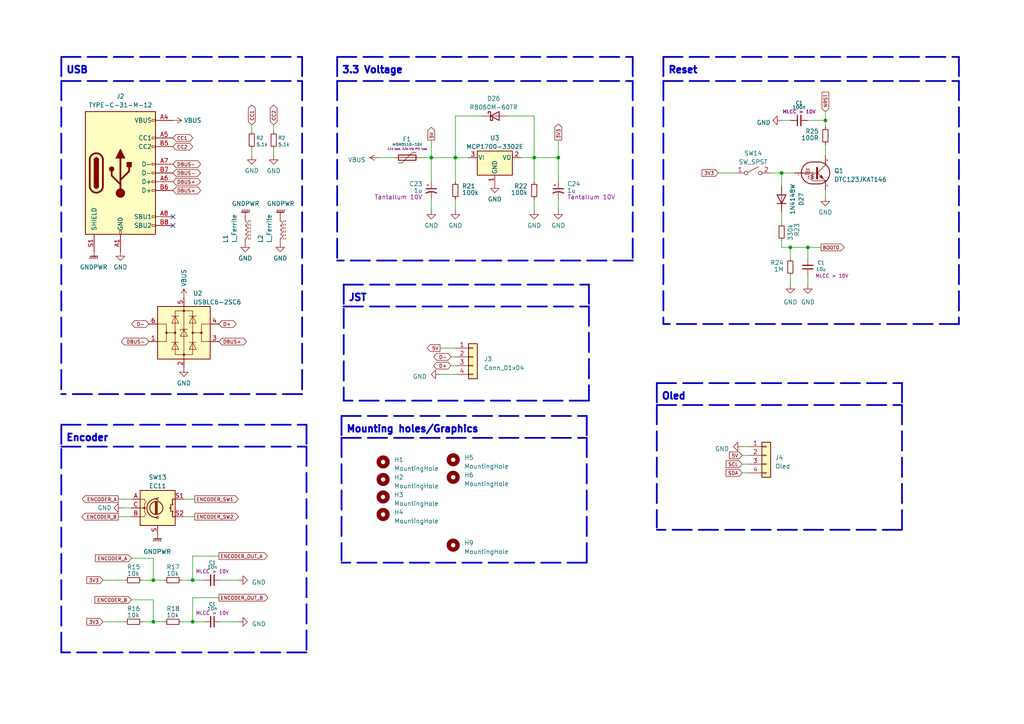
<source format=kicad_sch>
(kicad_sch (version 20221206) (generator eeschema)
  (paper "A4")
  (lib_symbols
    (symbol "Connector_Generic:Conn_01x04" (pin_names (offset 1.016) hide)
      (property "Reference" "J" (at 0 5.08 0))
      (property "Value" "Conn_01x04" (at 0 -7.62 0))
      (symbol "Conn_01x04_1_1"
        (rectangle (start -1.27 -4.953) (end 0 -5.207) (stroke (width 0.1524)))
        (rectangle (start -1.27 -2.413) (end 0 -2.667) (stroke (width 0.1524)))
        (rectangle (start -1.27 0.127) (end 0 -0.127) (stroke (width 0.1524)))
        (rectangle (start -1.27 2.667) (end 0 2.413) (stroke (width 0.1524)))
        (rectangle (start -1.27 3.81) (end 1.27 -6.35) (stroke (width 0.254)) (fill (type background)))
        (pin passive line (at -5.08 2.54 0) (length 3.81) (name "Pin_1") (number "1"))
        (pin passive line (at -5.08 0 0) (length 3.81) (name "Pin_2") (number "2"))
        (pin passive line (at -5.08 -2.54 0) (length 3.81) (name "Pin_3") (number "3"))
        (pin passive line (at -5.08 -5.08 0) (length 3.81) (name "Pin_4") (number "4"))
      )
    )
    (symbol "Device:C_Polarized_Small_US" (pin_numbers hide) (pin_names (offset 0.254) hide)
      (property "Reference" "C" (at 0.254 1.778 0))
      (property "Value" "C_Polarized_Small_US" (at 0.254 -2.032 0))
      (symbol "C_Polarized_Small_US_0_1"
        (polyline (pts (xy -1.524 0.508) (xy 1.524 0.508)) (stroke (width 0.3048)))
        (polyline (pts (xy -1.27 1.524) (xy -0.762 1.524)))
        (polyline (pts (xy -1.016 1.27) (xy -1.016 1.778)))
        (arc (start 1.524 -0.762) (mid 0 -0.3734) (end -1.524 -0.762) (stroke (width 0.3048)))
      )
      (symbol "C_Polarized_Small_US_1_1"
        (pin passive line (at 0 2.54 270) (length 2.032) (name "~") (number "1"))
        (pin passive line (at 0 -2.54 90) (length 2.032) (name "~") (number "2"))
      )
    )
    (symbol "Device:C_Small" (pin_numbers hide) (pin_names (offset 0.254) hide)
      (property "Reference" "C" (at 0.254 1.778 0))
      (property "Value" "C_Small" (at 0.254 -2.032 0))
      (symbol "C_Small_0_1"
        (polyline (pts (xy -1.524 -0.508) (xy 1.524 -0.508)) (stroke (width 0.3302)))
        (polyline (pts (xy -1.524 0.508) (xy 1.524 0.508)) (stroke (width 0.3048)))
      )
      (symbol "C_Small_1_1"
        (pin passive line (at 0 2.54 270) (length 2.032) (name "~") (number "1"))
        (pin passive line (at 0 -2.54 90) (length 2.032) (name "~") (number "2"))
      )
    )
    (symbol "Device:D" (pin_numbers hide) (pin_names (offset 1.016) hide)
      (property "Reference" "D" (at 0 2.54 0))
      (property "Value" "D" (at 0 -2.54 0))
      (symbol "D_0_1"
        (polyline (pts (xy -1.27 1.27) (xy -1.27 -1.27)) (stroke (width 0.254)))
        (polyline (pts (xy 1.27 0) (xy -1.27 0)))
        (polyline (pts (xy 1.27 1.27) (xy 1.27 -1.27) (xy -1.27 0) (xy 1.27 1.27)) (stroke (width 0.254)))
      )
      (symbol "D_1_1"
        (pin passive line (at -3.81 0 0) (length 2.54) (name "K") (number "1"))
        (pin passive line (at 3.81 0 180) (length 2.54) (name "A") (number "2"))
      )
    )
    (symbol "Device:D_Schottky" (pin_numbers hide) (pin_names (offset 1.016) hide)
      (property "Reference" "D" (at 0 2.54 0))
      (property "Value" "D_Schottky" (at 0 -2.54 0))
      (symbol "D_Schottky_0_1"
        (polyline (pts (xy 1.27 0) (xy -1.27 0)))
        (polyline (pts (xy 1.27 1.27) (xy 1.27 -1.27) (xy -1.27 0) (xy 1.27 1.27)) (stroke (width 0.254)))
        (polyline (pts (xy -1.905 0.635) (xy -1.905 1.27) (xy -1.27 1.27) (xy -1.27 -1.27) (xy -0.635 -1.27) (xy -0.635 -0.635)) (stroke (width 0.254)))
      )
      (symbol "D_Schottky_1_1"
        (pin passive line (at -3.81 0 0) (length 2.54) (name "K") (number "1"))
        (pin passive line (at 3.81 0 180) (length 2.54) (name "A") (number "2"))
      )
    )
    (symbol "Device:L_Ferrite" (pin_numbers hide) (pin_names (offset 1.016) hide)
      (property "Reference" "L" (at -1.27 0 90))
      (property "Value" "L_Ferrite" (at 2.794 0 90))
      (symbol "L_Ferrite_0_1"
        (arc (start 0 -2.54) (mid 0.6323 -1.905) (end 0 -1.27))
        (arc (start 0 -1.27) (mid 0.6323 -0.635) (end 0 0))
        (polyline (pts (xy 1.016 -2.794) (xy 1.016 -2.286)))
        (polyline (pts (xy 1.016 -1.778) (xy 1.016 -1.27)))
        (polyline (pts (xy 1.016 -0.762) (xy 1.016 -0.254)))
        (polyline (pts (xy 1.016 0.254) (xy 1.016 0.762)))
        (polyline (pts (xy 1.016 1.27) (xy 1.016 1.778)))
        (polyline (pts (xy 1.016 2.286) (xy 1.016 2.794)))
        (polyline (pts (xy 1.524 -2.286) (xy 1.524 -2.794)))
        (polyline (pts (xy 1.524 -1.27) (xy 1.524 -1.778)))
        (polyline (pts (xy 1.524 -0.254) (xy 1.524 -0.762)))
        (polyline (pts (xy 1.524 0.762) (xy 1.524 0.254)))
        (polyline (pts (xy 1.524 1.778) (xy 1.524 1.27)))
        (polyline (pts (xy 1.524 2.794) (xy 1.524 2.286)))
        (arc (start 0 0) (mid 0.6323 0.635) (end 0 1.27))
        (arc (start 0 1.27) (mid 0.6323 1.905) (end 0 2.54))
      )
      (symbol "L_Ferrite_1_1"
        (pin passive line (at 0 3.81 270) (length 1.27) (name "1") (number "1"))
        (pin passive line (at 0 -3.81 90) (length 1.27) (name "2") (number "2"))
      )
    )
    (symbol "Device:Polyfuse" (pin_numbers hide) (pin_names (offset 0))
      (property "Reference" "F" (at -2.54 0 90))
      (property "Value" "Polyfuse" (at 2.54 0 90))
      (symbol "Polyfuse_0_1"
        (rectangle (start -0.762 2.54) (end 0.762 -2.54) (stroke (width 0.254)))
        (polyline (pts (xy 0 2.54) (xy 0 -2.54)))
        (polyline (pts (xy -1.524 2.54) (xy -1.524 1.524) (xy 1.524 -1.524) (xy 1.524 -2.54)))
      )
      (symbol "Polyfuse_1_1"
        (pin passive line (at 0 3.81 270) (length 1.27) (name "~") (number "1"))
        (pin passive line (at 0 -3.81 90) (length 1.27) (name "~") (number "2"))
      )
    )
    (symbol "Device:R_Small" (pin_numbers hide) (pin_names (offset 0.254) hide)
      (property "Reference" "R" (at 0.762 0.508 0))
      (property "Value" "R_Small" (at 0.762 -1.016 0))
      (symbol "R_Small_0_1"
        (rectangle (start -0.762 1.778) (end 0.762 -1.778) (stroke (width 0.2032)))
      )
      (symbol "R_Small_1_1"
        (pin passive line (at 0 2.54 270) (length 0.762) (name "~") (number "1"))
        (pin passive line (at 0 -2.54 90) (length 0.762) (name "~") (number "2"))
      )
    )
    (symbol "Mechanical:MountingHole" (pin_names (offset 1.016))
      (property "Reference" "H" (at 0 5.08 0))
      (property "Value" "MountingHole" (at 0 3.175 0))
      (symbol "MountingHole_0_1"
        (circle (center 0 0) (radius 1.27) (stroke (width 1.27)))
      )
    )
    (symbol "Power_Protection:USBLC6-2SC6" (pin_names hide)
      (property "Reference" "U" (at 2.54 8.89 0))
      (property "Value" "USBLC6-2SC6" (at 2.54 -8.89 0))
      (symbol "USBLC6-2SC6_0_1"
        (rectangle (start -7.62 -7.62) (end 7.62 7.62) (stroke (width 0.254)) (fill (type background)))
        (circle (center -5.08 0) (radius 0.254) (fill (type outline)))
        (circle (center -2.54 0) (radius 0.254) (fill (type outline)))
        (rectangle (start -2.54 6.35) (end 2.54 -6.35))
        (circle (center 0 -6.35) (radius 0.254) (fill (type outline)))
        (polyline (pts (xy -5.08 -2.54) (xy -7.62 -2.54)))
        (polyline (pts (xy -5.08 0) (xy -5.08 -2.54)))
        (polyline (pts (xy -5.08 2.54) (xy -7.62 2.54)))
        (polyline (pts (xy -1.524 -2.794) (xy -3.556 -2.794)))
        (polyline (pts (xy -1.524 4.826) (xy -3.556 4.826)))
        (polyline (pts (xy 0 -7.62) (xy 0 -6.35)))
        (polyline (pts (xy 0 -6.35) (xy 0 1.27)))
        (polyline (pts (xy 0 1.27) (xy 0 6.35)))
        (polyline (pts (xy 0 6.35) (xy 0 7.62)))
        (polyline (pts (xy 1.524 -2.794) (xy 3.556 -2.794)))
        (polyline (pts (xy 1.524 4.826) (xy 3.556 4.826)))
        (polyline (pts (xy 5.08 -2.54) (xy 7.62 -2.54)))
        (polyline (pts (xy 5.08 0) (xy 5.08 -2.54)))
        (polyline (pts (xy 5.08 2.54) (xy 7.62 2.54)))
        (polyline (pts (xy -2.54 0) (xy -5.08 0) (xy -5.08 2.54)))
        (polyline (pts (xy 2.54 0) (xy 5.08 0) (xy 5.08 2.54)))
        (polyline (pts (xy -3.556 -4.826) (xy -1.524 -4.826) (xy -2.54 -2.794) (xy -3.556 -4.826)))
        (polyline (pts (xy -3.556 2.794) (xy -1.524 2.794) (xy -2.54 4.826) (xy -3.556 2.794)))
        (polyline (pts (xy -1.016 -1.016) (xy 1.016 -1.016) (xy 0 1.016) (xy -1.016 -1.016)))
        (polyline (pts (xy 1.016 1.016) (xy 0.762 1.016) (xy -1.016 1.016) (xy -1.016 0.508)))
        (polyline (pts (xy 3.556 -4.826) (xy 1.524 -4.826) (xy 2.54 -2.794) (xy 3.556 -4.826)))
        (polyline (pts (xy 3.556 2.794) (xy 1.524 2.794) (xy 2.54 4.826) (xy 3.556 2.794)))
        (circle (center 0 6.35) (radius 0.254) (fill (type outline)))
        (circle (center 2.54 0) (radius 0.254) (fill (type outline)))
        (circle (center 5.08 0) (radius 0.254) (fill (type outline)))
      )
      (symbol "USBLC6-2SC6_1_1"
        (pin passive line (at -10.16 -2.54 0) (length 2.54) (name "I/O1") (number "1"))
        (pin passive line (at 0 -10.16 90) (length 2.54) (name "GND") (number "2"))
        (pin passive line (at 10.16 -2.54 180) (length 2.54) (name "I/O2") (number "3"))
        (pin passive line (at 10.16 2.54 180) (length 2.54) (name "I/O2") (number "4"))
        (pin passive line (at 0 10.16 270) (length 2.54) (name "VBUS") (number "5"))
        (pin passive line (at -10.16 2.54 0) (length 2.54) (name "I/O1") (number "6"))
      )
    )
    (symbol "Regulator_Linear:MCP1700x-330xxTT" (pin_names (offset 0.254))
      (property "Reference" "U" (at -3.81 3.175 0))
      (property "Value" "MCP1700x-330xxTT" (at 0 3.175 0))
      (symbol "MCP1700x-330xxTT_0_1"
        (rectangle (start -5.08 1.905) (end 5.08 -5.08) (stroke (width 0.254)) (fill (type background)))
      )
      (symbol "MCP1700x-330xxTT_1_1"
        (pin power_in line (at 0 -7.62 90) (length 2.54) (name "GND") (number "1"))
        (pin power_out line (at 7.62 0 180) (length 2.54) (name "VO") (number "2"))
        (pin power_in line (at -7.62 0 0) (length 2.54) (name "VI") (number "3"))
      )
    )
    (symbol "Switch:SW_SPST" (pin_names (offset 0) hide)
      (property "Reference" "SW" (at 0 3.175 0))
      (property "Value" "SW_SPST" (at 0 -2.54 0))
      (symbol "SW_SPST_0_0"
        (circle (center -2.032 0) (radius 0.508))
        (polyline (pts (xy -1.524 0.254) (xy 1.524 1.778)))
        (circle (center 2.032 0) (radius 0.508))
      )
      (symbol "SW_SPST_1_1"
        (pin passive line (at -5.08 0 0) (length 2.54) (name "A") (number "1"))
        (pin passive line (at 5.08 0 180) (length 2.54) (name "B") (number "2"))
      )
    )
    (symbol "acheron_Symbols:DTC123J" (pin_names (offset 0) hide)
      (property "Reference" "Q" (at 5.08 1.905 0))
      (property "Value" "DTC123J" (at 5.08 0 0))
      (symbol "DTC123J_0_0"
        (text "2k2" (at -2.54 1.016 0) (effects (font (size 0.381 0.381))))
        (text "47k" (at -2.286 -1.27 900) (effects (font (size 0.381 0.381))))
      )
      (symbol "DTC123J_0_1"
        (circle (center -1.27 0) (radius 0.127))
        (arc (start -1.27 3.175) (mid -4.4312 0) (end -1.27 -3.175) (stroke (width 0.254)))
        (polyline (pts (xy -3.429 0) (xy -3.81 0)))
        (polyline (pts (xy -1.27 -3.175) (xy 0.635 -3.175)) (stroke (width 0.254)))
        (polyline (pts (xy -1.27 3.175) (xy 0.635 3.175)) (stroke (width 0.254)))
        (polyline (pts (xy 0 -0.254) (xy 2.54 2.286)))
        (polyline (pts (xy 0.127 1.524) (xy 0.127 -1.651)) (stroke (width 0.508)) (fill (type outline)))
        (polyline (pts (xy 2.54 2.286) (xy 2.54 2.54)))
        (polyline (pts (xy 2.54 -2.286) (xy 0 0.254) (xy 0 0.254)))
        (polyline (pts (xy 0.889 -1.143) (xy 1.397 -0.635) (xy 1.905 -1.651) (xy 0.889 -1.143)) (fill (type outline)))
        (polyline (pts (xy 0 0) (xy -1.905 0) (xy -2.032 0.508) (xy -2.286 -0.508) (xy -2.54 0.508) (xy -2.794 -0.508) (xy -3.048 0.508) (xy -3.302 -0.508) (xy -3.429 0)))
        (polyline (pts (xy -1.27 0) (xy -1.27 -0.381) (xy -0.762 -0.508) (xy -1.778 -0.762) (xy -0.762 -1.016) (xy -1.778 -1.27) (xy -0.762 -1.524) (xy -1.778 -1.778) (xy -1.27 -1.905) (xy -1.27 -2.286) (xy 2.54 -2.286)))
        (arc (start 0.635 -3.175) (mid 3.7962 0) (end 0.635 3.175) (stroke (width 0.254)))
        (circle (center 2.54 -2.286) (radius 0.127))
      )
      (symbol "DTC123J_1_1"
        (text "1" (at -5.207 -0.508 0) (effects (font (size 0.381 0.381))))
        (text "2" (at 3.048 -3.683 0) (effects (font (size 0.381 0.381))))
        (text "3" (at 3.048 3.683 0) (effects (font (size 0.381 0.381))))
        (pin input line (at -6.35 0 0) (length 2.54) (name "B") (number "1"))
        (pin passive line (at 2.54 -5.08 90) (length 2.54) (name "E") (number "2"))
        (pin passive line (at 2.54 5.08 270) (length 2.54) (name "C") (number "3"))
      )
    )
    (symbol "acheron_Symbols:Rotary_Encoder_Switch_Chassis" (pin_names (offset 0.254) hide)
      (property "Reference" "SW" (at 0 6.604 0))
      (property "Value" "Rotary_Encoder_Switch_Chassis" (at 0 -6.604 0))
      (symbol "Rotary_Encoder_Switch_Chassis_0_1"
        (rectangle (start -5.08 5.08) (end 5.08 -5.08) (stroke (width 0.254)) (fill (type background)))
        (circle (center -3.81 0) (radius 0.254) (fill (type outline)))
        (circle (center -0.381 0) (radius 1.905) (stroke (width 0.254)))
        (arc (start -0.381 2.667) (mid -3.0988 -0.0635) (end -0.381 -2.794) (stroke (width 0.254)))
        (polyline (pts (xy -0.635 -1.778) (xy -0.635 1.778)) (stroke (width 0.254)))
        (polyline (pts (xy -0.381 -1.778) (xy -0.381 1.778)) (stroke (width 0.254)))
        (polyline (pts (xy -0.127 1.778) (xy -0.127 -1.778)) (stroke (width 0.254)))
        (polyline (pts (xy 3.81 0) (xy 3.429 0)) (stroke (width 0.254)))
        (polyline (pts (xy 3.81 1.016) (xy 3.81 -1.016)) (stroke (width 0.254)))
        (polyline (pts (xy -5.08 -2.54) (xy -3.81 -2.54) (xy -3.81 -2.032)))
        (polyline (pts (xy -5.08 2.54) (xy -3.81 2.54) (xy -3.81 2.032)))
        (polyline (pts (xy 0.254 -3.048) (xy -0.508 -2.794) (xy 0.127 -2.413)) (stroke (width 0.254)))
        (polyline (pts (xy 0.254 2.921) (xy -0.508 2.667) (xy 0.127 2.286)) (stroke (width 0.254)))
        (polyline (pts (xy 5.08 -2.54) (xy 4.318 -2.54) (xy 4.318 -1.016)) (stroke (width 0.254)))
        (polyline (pts (xy 5.08 2.54) (xy 4.318 2.54) (xy 4.318 1.016)) (stroke (width 0.254)))
        (polyline (pts (xy -5.08 0) (xy -3.81 0) (xy -3.81 -1.016) (xy -3.302 -2.032)))
        (polyline (pts (xy -4.318 0) (xy -3.81 0) (xy -3.81 1.016) (xy -3.302 2.032)))
        (circle (center 4.318 -1.016) (radius 0.127) (stroke (width 0.254)))
        (circle (center 4.318 1.016) (radius 0.127) (stroke (width 0.254)))
      )
      (symbol "Rotary_Encoder_Switch_Chassis_1_1"
        (pin passive line (at -7.62 2.54 0) (length 2.54) (name "A") (number "A"))
        (pin passive line (at -7.62 -2.54 0) (length 2.54) (name "B") (number "B"))
        (pin passive line (at -7.62 0 0) (length 2.54) (name "C") (number "C"))
        (pin bidirectional line (at 0 -7.62 90) (length 2.54) (name "Shield") (number "S"))
        (pin passive line (at 7.62 2.54 180) (length 2.54) (name "S1") (number "S1"))
        (pin passive line (at 7.62 -2.54 180) (length 2.54) (name "S2") (number "S2"))
      )
    )
    (symbol "acheron_Symbols:TYPE-C-31-M-12" (pin_names (offset 1.016))
      (property "Reference" "J" (at 0 24.13 0))
      (property "Value" "TYPE-C-31-M-12" (at 0 21.59 0))
      (symbol "TYPE-C-31-M-12_0_0"
        (rectangle (start -0.254 -16.51) (end 0.254 -15.494))
        (rectangle (start 10.16 -13.716) (end 9.144 -14.224))
        (rectangle (start 10.16 -11.176) (end 9.144 -11.684))
        (rectangle (start 10.16 -3.556) (end 9.144 -4.064))
        (rectangle (start 10.16 -1.016) (end 9.144 -1.524))
        (rectangle (start 10.16 1.524) (end 9.144 1.016))
        (rectangle (start 10.16 4.064) (end 9.144 3.556))
        (rectangle (start 10.16 9.144) (end 9.144 8.636))
        (rectangle (start 10.16 11.684) (end 9.144 11.176))
        (rectangle (start 10.16 16.764) (end 9.144 16.256))
      )
      (symbol "TYPE-C-31-M-12_0_1"
        (rectangle (start -10.16 19.05) (end 10.16 -16.51) (stroke (width 0.254)) (fill (type background)))
        (arc (start -8.89 -2.54) (mid -6.985 -4.4367) (end -5.08 -2.54) (stroke (width 0.508)))
        (arc (start -7.62 -2.54) (mid -6.985 -3.1723) (end -6.35 -2.54) (stroke (width 0.254)))
        (arc (start -7.62 -2.54) (mid -6.985 -3.1723) (end -6.35 -2.54) (stroke (width 0.254)) (fill (type outline)))
        (rectangle (start -7.62 -2.54) (end -6.35 5.08) (stroke (width 0.254)) (fill (type outline)))
        (arc (start -6.35 5.08) (mid -6.985 5.7123) (end -7.62 5.08) (stroke (width 0.254)))
        (arc (start -6.35 5.08) (mid -6.985 5.7123) (end -7.62 5.08) (stroke (width 0.254)) (fill (type outline)))
        (arc (start -5.08 5.08) (mid -6.985 6.9767) (end -8.89 5.08) (stroke (width 0.508)))
        (circle (center -2.54 2.413) (radius 0.635) (stroke (width 0.254)) (fill (type outline)))
        (circle (center 0 -4.572) (radius 1.27) (fill (type outline)))
        (polyline (pts (xy -8.89 -2.54) (xy -8.89 5.08)) (stroke (width 0.508)))
        (polyline (pts (xy -5.08 5.08) (xy -5.08 -2.54)) (stroke (width 0.508)))
        (polyline (pts (xy 0 -4.572) (xy 0 5.588)) (stroke (width 0.508)))
        (polyline (pts (xy 0 -2.032) (xy -2.54 0.508) (xy -2.54 1.778)) (stroke (width 0.508)))
        (polyline (pts (xy 0 -0.762) (xy 2.54 1.778) (xy 2.54 3.048)) (stroke (width 0.508)))
        (polyline (pts (xy -1.27 5.588) (xy 0 8.128) (xy 1.27 5.588) (xy -1.27 5.588)) (stroke (width 0.254)) (fill (type outline)))
        (rectangle (start 1.905 3.048) (end 3.175 4.318) (stroke (width 0.254)) (fill (type outline)))
      )
      (symbol "TYPE-C-31-M-12_1_1"
        (pin passive line (at 0 -21.59 90) (length 5.08) (name "GND") (number "A1"))
        (pin passive line (at 15.24 16.51 180) (length 5.08) (name "VBUS") (number "A4"))
        (pin bidirectional line (at 15.24 11.43 180) (length 5.08) (name "CC1") (number "A5"))
        (pin bidirectional line (at 15.24 -1.27 180) (length 5.08) (name "D+") (number "A6"))
        (pin bidirectional line (at 15.24 3.81 180) (length 5.08) (name "D-") (number "A7"))
        (pin bidirectional line (at 15.24 -11.43 180) (length 5.08) (name "SBU1") (number "A8"))
        (pin passive line (at 0 -21.59 90) (length 5.08) hide (name "GND") (number "B1"))
        (pin passive line (at 15.24 16.51 180) (length 5.08) hide (name "VBUS") (number "B4"))
        (pin bidirectional line (at 15.24 8.89 180) (length 5.08) (name "CC2") (number "B5"))
        (pin bidirectional line (at 15.24 -3.81 180) (length 5.08) (name "D+") (number "B6"))
        (pin bidirectional line (at 15.24 1.27 180) (length 5.08) (name "D-") (number "B7"))
        (pin bidirectional line (at 15.24 -13.97 180) (length 5.08) (name "SBU2") (number "B8"))
        (pin passive line (at -7.62 -21.59 90) (length 5.08) (name "SHIELD") (number "S1"))
      )
    )
    (symbol "power:GND" (power) (pin_names (offset 0))
      (property "Value" "GND" (at 0 -3.81 0))
      (symbol "GND_0_1"
        (polyline (pts (xy 0 0) (xy 0 -1.27) (xy 1.27 -1.27) (xy 0 -2.54) (xy -1.27 -1.27) (xy 0 -1.27)))
      )
      (symbol "GND_1_1"
        (pin power_in line (at 0 0 270) (length 0) hide (name "GND") (number "1"))
      )
    )
    (symbol "power:GNDPWR" (power) (pin_names (offset 0))
      (property "Value" "GNDPWR" (at 0 -3.302 0))
      (symbol "GNDPWR_0_1"
        (polyline (pts (xy 0 -1.27) (xy 0 0)))
        (polyline (pts (xy -1.016 -1.27) (xy -1.27 -2.032) (xy -1.27 -2.032)) (stroke (width 0.2032)))
        (polyline (pts (xy -0.508 -1.27) (xy -0.762 -2.032) (xy -0.762 -2.032)) (stroke (width 0.2032)))
        (polyline (pts (xy 0 -1.27) (xy -0.254 -2.032) (xy -0.254 -2.032)) (stroke (width 0.2032)))
        (polyline (pts (xy 0.508 -1.27) (xy 0.254 -2.032) (xy 0.254 -2.032)) (stroke (width 0.2032)))
        (polyline (pts (xy 1.016 -1.27) (xy -1.016 -1.27) (xy -1.016 -1.27)) (stroke (width 0.2032)))
        (polyline (pts (xy 1.016 -1.27) (xy 0.762 -2.032) (xy 0.762 -2.032) (xy 0.762 -2.032)) (stroke (width 0.2032)))
      )
      (symbol "GNDPWR_1_1"
        (pin power_in line (at 0 0 270) (length 0) hide (name "GNDPWR") (number "1"))
      )
    )
    (symbol "power:VBUS" (power) (pin_names (offset 0))
      (property "Value" "VBUS" (at 0 3.81 0))
      (symbol "VBUS_0_1"
        (polyline (pts (xy -0.762 1.27) (xy 0 2.54)))
        (polyline (pts (xy 0 0) (xy 0 2.54)))
        (polyline (pts (xy 0 2.54) (xy 0.762 1.27)))
      )
      (symbol "VBUS_1_1"
        (pin power_in line (at 0 0 90) (length 0) hide (name "VBUS") (number "1"))
      )
    )
  )
  (junction (at 55.88 180.34))
  (junction (at 229.235 71.755))
  (junction (at 239.395 34.925))
  (junction (at 226.695 50.165))
  (junction (at 44.45 180.34))
  (junction (at 161.925 45.72))
  (junction (at 125.095 45.72))
  (junction (at 55.88 168.275))
  (junction (at 154.94 45.72))
  (junction (at 44.45 168.275))
  (junction (at 132.08 45.72))
  (junction (at 234.315 71.755))
  (no_connect (at 50.165 62.865))
  (no_connect (at 50.165 65.405))
  (polyline (pts (xy 190.5 117.475) (xy 190.5 153.035)) (stroke (width 0.508) (type dash)))
  (wire (pts (xy 64.135 168.275) (xy 69.215 168.275)))
  (wire (pts (xy 34.29 144.78) (xy 38.1 144.78)))
  (polyline (pts (xy 97.79 16.51) (xy 97.79 23.495)) (stroke (width 0.508) (type dash)))
  (polyline (pts (xy 170.18 127) (xy 170.18 163.195)) (stroke (width 0.508) (type dash)))
  (wire (pts (xy 154.94 45.72) (xy 154.94 52.705)))
  (wire (pts (xy 130.81 103.505) (xy 132.08 103.505)))
  (polyline (pts (xy 17.78 16.51) (xy 87.63 16.51)) (stroke (width 0.508) (type dash)))
  (wire (pts (xy 229.235 80.01) (xy 229.235 82.55)))
  (polyline (pts (xy 278.13 93.98) (xy 192.405 93.98)) (stroke (width 0.508) (type dash)))
  (wire (pts (xy 234.315 80.01) (xy 234.315 82.55)))
  (wire (pts (xy 239.395 55.245) (xy 239.395 57.15)))
  (wire (pts (xy 79.375 36.195) (xy 79.375 38.1)))
  (polyline (pts (xy 99.06 127) (xy 99.06 162.56)) (stroke (width 0.508) (type dash)))
  (wire (pts (xy 41.275 168.275) (xy 44.45 168.275)))
  (wire (pts (xy 35.56 147.32) (xy 38.1 147.32)))
  (wire (pts (xy 132.08 57.785) (xy 132.08 60.96)))
  (polyline (pts (xy 17.78 16.51) (xy 17.78 23.495)) (stroke (width 0.508) (type dash)))
  (wire (pts (xy 132.08 45.72) (xy 135.89 45.72)))
  (polyline (pts (xy 97.79 23.495) (xy 97.79 75.565)) (stroke (width 0.508) (type dash)))
  (polyline (pts (xy 17.78 23.495) (xy 17.78 114.3)) (stroke (width 0.508) (type dash)))
  (polyline (pts (xy 261.62 111.125) (xy 261.62 117.475)) (stroke (width 0.508) (type dash)))
  (polyline (pts (xy 99.06 120.65) (xy 170.18 120.65)) (stroke (width 0.508) (type dash)))
  (wire (pts (xy 44.45 180.34) (xy 47.625 180.34)))
  (wire (pts (xy 121.92 45.72) (xy 125.095 45.72)))
  (wire (pts (xy 55.88 168.275) (xy 59.055 168.275)))
  (polyline (pts (xy 170.815 88.9) (xy 170.815 116.205)) (stroke (width 0.508) (type dash)))
  (polyline (pts (xy 261.62 153.67) (xy 190.5 153.67)) (stroke (width 0.508) (type dash)))
  (wire (pts (xy 161.925 45.72) (xy 161.925 52.705)))
  (wire (pts (xy 52.705 168.275) (xy 55.88 168.275)))
  (wire (pts (xy 229.235 71.755) (xy 229.235 74.93)))
  (wire (pts (xy 226.695 69.85) (xy 226.695 71.755)))
  (polyline (pts (xy 99.695 82.55) (xy 170.815 82.55)) (stroke (width 0.508) (type dash)))
  (wire (pts (xy 154.94 57.785) (xy 154.94 60.96)))
  (wire (pts (xy 44.45 168.275) (xy 47.625 168.275)))
  (wire (pts (xy 154.94 45.72) (xy 161.925 45.72)))
  (polyline (pts (xy 17.78 129.54) (xy 88.9 129.54)) (stroke (width 0.508) (type dash)))
  (wire (pts (xy 52.705 180.34) (xy 55.88 180.34)))
  (polyline (pts (xy 183.515 23.495) (xy 183.515 75.565)) (stroke (width 0.508) (type dash)))
  (wire (pts (xy 151.13 45.72) (xy 154.94 45.72)))
  (polyline (pts (xy 192.405 16.51) (xy 192.405 23.495)) (stroke (width 0.508) (type dash)))
  (wire (pts (xy 215.265 129.54) (xy 217.17 129.54)))
  (wire (pts (xy 161.925 40.64) (xy 161.925 45.72)))
  (polyline (pts (xy 87.63 114.3) (xy 17.78 114.3)) (stroke (width 0.508) (type dash)))
  (polyline (pts (xy 183.515 16.51) (xy 183.515 23.495)) (stroke (width 0.508) (type dash)))
  (wire (pts (xy 127.635 108.585) (xy 132.08 108.585)))
  (polyline (pts (xy 170.815 82.55) (xy 170.815 88.9)) (stroke (width 0.508) (type dash)))
  (polyline (pts (xy 190.5 111.125) (xy 190.5 118.11)) (stroke (width 0.508) (type dash)))
  (wire (pts (xy 38.1 161.925) (xy 44.45 161.925)))
  (wire (pts (xy 38.1 173.99) (xy 44.45 173.99)))
  (wire (pts (xy 34.29 149.86) (xy 38.1 149.86)))
  (polyline (pts (xy 99.695 89.535) (xy 99.695 116.205)) (stroke (width 0.508) (type dash)))
  (wire (pts (xy 64.135 180.34) (xy 69.215 180.34)))
  (wire (pts (xy 239.395 34.925) (xy 239.395 36.83)))
  (wire (pts (xy 234.315 71.755) (xy 238.125 71.755)))
  (polyline (pts (xy 170.18 120.65) (xy 170.18 127)) (stroke (width 0.508) (type dash)))
  (wire (pts (xy 29.845 168.275) (xy 36.195 168.275)))
  (polyline (pts (xy 97.79 16.51) (xy 183.515 16.51)) (stroke (width 0.508) (type dash)))
  (wire (pts (xy 53.34 149.86) (xy 56.515 149.86)))
  (wire (pts (xy 55.88 180.34) (xy 59.055 180.34)))
  (wire (pts (xy 109.855 45.72) (xy 114.3 45.72)))
  (polyline (pts (xy 17.78 123.19) (xy 88.9 123.19)) (stroke (width 0.508) (type dash)))
  (wire (pts (xy 239.395 41.91) (xy 239.395 45.085)))
  (wire (pts (xy 223.52 50.165) (xy 226.695 50.165)))
  (wire (pts (xy 41.275 180.34) (xy 44.45 180.34)))
  (wire (pts (xy 55.88 180.34) (xy 55.88 173.355)))
  (polyline (pts (xy 97.79 23.495) (xy 183.515 23.495)) (stroke (width 0.508) (type dash)))
  (polyline (pts (xy 192.405 23.495) (xy 192.405 93.98)) (stroke (width 0.508) (type dash)))
  (wire (pts (xy 125.095 45.72) (xy 132.08 45.72)))
  (polyline (pts (xy 190.5 111.125) (xy 261.62 111.125)) (stroke (width 0.508) (type dash)))
  (polyline (pts (xy 170.815 116.205) (xy 99.695 116.205)) (stroke (width 0.508) (type dash)))
  (polyline (pts (xy 87.63 16.51) (xy 87.63 23.495)) (stroke (width 0.508) (type dash)))
  (polyline (pts (xy 261.62 117.475) (xy 261.62 153.67)) (stroke (width 0.508) (type dash)))
  (polyline (pts (xy 17.78 123.19) (xy 17.78 130.175)) (stroke (width 0.508) (type dash)))
  (wire (pts (xy 132.08 33.655) (xy 139.7 33.655)))
  (wire (pts (xy 55.88 173.355) (xy 63.5 173.355)))
  (polyline (pts (xy 170.18 163.195) (xy 99.06 163.195)) (stroke (width 0.508) (type dash)))
  (polyline (pts (xy 99.695 82.55) (xy 99.695 89.535)) (stroke (width 0.508) (type dash)))
  (polyline (pts (xy 87.63 23.495) (xy 87.63 114.3)) (stroke (width 0.508) (type dash)))
  (polyline (pts (xy 192.405 23.495) (xy 278.13 23.495)) (stroke (width 0.508) (type dash)))
  (wire (pts (xy 29.845 180.34) (xy 36.195 180.34)))
  (polyline (pts (xy 88.9 129.54) (xy 88.9 189.23)) (stroke (width 0.508) (type dash)))
  (wire (pts (xy 215.265 134.62) (xy 217.17 134.62)))
  (wire (pts (xy 234.315 34.925) (xy 239.395 34.925)))
  (wire (pts (xy 154.94 33.655) (xy 147.32 33.655)))
  (polyline (pts (xy 17.78 130.175) (xy 17.78 189.23)) (stroke (width 0.508) (type dash)))
  (wire (pts (xy 55.88 161.29) (xy 63.5 161.29)))
  (wire (pts (xy 226.695 71.755) (xy 229.235 71.755)))
  (wire (pts (xy 226.695 34.925) (xy 229.235 34.925)))
  (wire (pts (xy 226.695 50.165) (xy 230.505 50.165)))
  (polyline (pts (xy 278.13 16.51) (xy 278.13 23.495)) (stroke (width 0.508) (type dash)))
  (polyline (pts (xy 99.695 88.9) (xy 170.815 88.9)) (stroke (width 0.508) (type dash)))
  (polyline (pts (xy 183.515 75.565) (xy 97.79 75.565)) (stroke (width 0.508) (type dash)))
  (polyline (pts (xy 88.9 123.19) (xy 88.9 129.54)) (stroke (width 0.508) (type dash)))
  (polyline (pts (xy 99.06 127) (xy 170.18 127)) (stroke (width 0.508) (type dash)))
  (wire (pts (xy 44.45 173.99) (xy 44.45 180.34)))
  (wire (pts (xy 125.095 57.785) (xy 125.095 60.96)))
  (wire (pts (xy 44.45 161.925) (xy 44.45 168.275)))
  (wire (pts (xy 53.34 144.78) (xy 56.515 144.78)))
  (wire (pts (xy 226.695 50.165) (xy 226.695 53.975)))
  (wire (pts (xy 132.08 45.72) (xy 132.08 33.655)))
  (polyline (pts (xy 190.5 117.475) (xy 261.62 117.475)) (stroke (width 0.508) (type dash)))
  (wire (pts (xy 55.88 168.275) (xy 55.88 161.29)))
  (wire (pts (xy 234.315 71.755) (xy 234.315 74.93)))
  (wire (pts (xy 73.025 43.18) (xy 73.025 45.085)))
  (wire (pts (xy 127.635 100.965) (xy 132.08 100.965)))
  (wire (pts (xy 125.095 40.64) (xy 125.095 45.72)))
  (wire (pts (xy 239.395 32.385) (xy 239.395 34.925)))
  (polyline (pts (xy 278.13 23.495) (xy 278.13 93.98)) (stroke (width 0.508) (type dash)))
  (wire (pts (xy 226.695 61.595) (xy 226.695 64.77)))
  (wire (pts (xy 229.235 71.755) (xy 234.315 71.755)))
  (polyline (pts (xy 192.405 16.51) (xy 278.13 16.51)) (stroke (width 0.508) (type dash)))
  (wire (pts (xy 208.28 50.165) (xy 213.36 50.165)))
  (wire (pts (xy 79.375 43.18) (xy 79.375 45.085)))
  (polyline (pts (xy 88.9 189.23) (xy 17.78 189.23)) (stroke (width 0.508) (type dash)))
  (wire (pts (xy 132.08 45.72) (xy 132.08 52.705)))
  (wire (pts (xy 215.265 137.16) (xy 217.17 137.16)))
  (polyline (pts (xy 99.06 120.65) (xy 99.06 127.635)) (stroke (width 0.508) (type dash)))
  (wire (pts (xy 125.095 45.72) (xy 125.095 52.705)))
  (wire (pts (xy 73.025 36.195) (xy 73.025 38.1)))
  (wire (pts (xy 215.265 132.08) (xy 217.17 132.08)))
  (wire (pts (xy 161.925 57.785) (xy 161.925 60.96)))
  (wire (pts (xy 130.81 106.045) (xy 132.08 106.045)))
  (polyline (pts (xy 17.78 23.495) (xy 87.63 23.495)) (stroke (width 0.508) (type dash)))
  (wire (pts (xy 154.94 45.72) (xy 154.94 33.655)))
  (text "USB" (at 19.05 21.59 0) (effects (font (size 2 2) (thickness 1.524) bold) (justify left bottom)))
  (text "Reset" (at 193.675 21.59 0) (effects (font (size 2 2) (thickness 1.524) bold) (justify left bottom)))
  (text "JST" (at 100.965 87.63 0) (effects (font (size 2 2) (thickness 1.524) bold) (justify left bottom)))
  (text "Mounting holes/Graphics" (at 100.33 125.73 0) (effects (font (size 2 2) (thickness 1.524) bold) (justify left bottom)))
  (text "Oled" (at 191.77 116.205 0) (effects (font (size 2 2) (thickness 1.524) bold) (justify left bottom)))
  (text "3.3 Voltage" (at 99.06 21.59 0) (effects (font (size 2 2) (thickness 1.524) bold) (justify left bottom)))
  (text "Encoder" (at 19.05 128.27 0) (effects (font (size 2 2) (thickness 1.524) bold) (justify left bottom)))
  (global_label "NRST" (shape input) (at 239.395 32.385 90) (effects (font (size 1 1))) (property "Intersheetrefs" "${INTERSHEET_REFS}" (effects hide)))
  (global_label "SDA" (shape input) (at 215.265 137.16 180) (effects (font (size 1 1))) (property "Intersheetrefs" "${INTERSHEET_REFS}" (effects hide)))
  (global_label "BOOT0" (shape output) (at 238.125 71.755 0) (effects (font (size 1 1))) (property "Intersheetrefs" "${INTERSHEET_REFS}" (effects hide)))
  (global_label "ENCODER_SW2" (shape output) (at 56.515 149.86 0) (effects (font (size 1 1))) (property "Intersheetrefs" "${INTERSHEET_REFS}" (effects hide)))
  (global_label "5V" (shape output) (at 127.635 100.965 180) (effects (font (size 1 1))) (property "Intersheetrefs" "${INTERSHEET_REFS}" (effects hide)))
  (global_label "ENCODER_OUT_B" (shape output) (at 63.5 173.355 0) (effects (font (size 1 1))) (property "Intersheetrefs" "${INTERSHEET_REFS}" (effects hide)))
  (global_label "5V" (shape output) (at 125.095 40.64 90) (effects (font (size 1 1))) (property "Intersheetrefs" "${INTERSHEET_REFS}" (effects hide)))
  (global_label "3V3" (shape input) (at 29.845 180.34 180) (effects (font (size 1 1))) (property "Intersheetrefs" "${INTERSHEET_REFS}" (effects hide)))
  (global_label "DBUS+" (shape bidirectional) (at 63.5 99.06 0) (effects (font (size 1 1))) (property "Intersheetrefs" "${INTERSHEET_REFS}" (effects hide)))
  (global_label "ENCODER_SW1" (shape output) (at 56.515 144.78 0) (effects (font (size 1 1))) (property "Intersheetrefs" "${INTERSHEET_REFS}" (effects hide)))
  (global_label "CC2" (shape bidirectional) (at 79.375 36.195 90) (effects (font (size 1 1))) (property "Intersheetrefs" "${INTERSHEET_REFS}" (effects hide)))
  (global_label "CC2" (shape bidirectional) (at 50.165 42.545 0) (effects (font (size 1 1))) (property "Intersheetrefs" "${INTERSHEET_REFS}" (effects hide)))
  (global_label "ENCODER_OUT_A" (shape output) (at 63.5 161.29 0) (effects (font (size 1 1))) (property "Intersheetrefs" "${INTERSHEET_REFS}" (effects hide)))
  (global_label "CC1" (shape bidirectional) (at 50.165 40.005 0) (effects (font (size 1 1))) (property "Intersheetrefs" "${INTERSHEET_REFS}" (effects hide)))
  (global_label "DBUS+" (shape bidirectional) (at 50.165 55.245 0) (effects (font (size 1 1))) (property "Intersheetrefs" "${INTERSHEET_REFS}" (effects hide)))
  (global_label "3V3" (shape input) (at 29.845 168.275 180) (effects (font (size 1 1))) (property "Intersheetrefs" "${INTERSHEET_REFS}" (effects hide)))
  (global_label "D+" (shape bidirectional) (at 63.5 93.98 0) (effects (font (size 1 1))) (property "Intersheetrefs" "${INTERSHEET_REFS}" (effects hide)))
  (global_label "SCL" (shape input) (at 215.265 134.62 180) (effects (font (size 1 1))) (property "Intersheetrefs" "${INTERSHEET_REFS}" (effects hide)))
  (global_label "DBUS+" (shape bidirectional) (at 50.165 52.705 0) (effects (font (size 1 1))) (property "Intersheetrefs" "${INTERSHEET_REFS}" (effects hide)))
  (global_label "ENCODER_A" (shape input) (at 38.1 161.925 180) (effects (font (size 1 1))) (property "Intersheetrefs" "${INTERSHEET_REFS}" (effects hide)))
  (global_label "DBUS-" (shape bidirectional) (at 50.165 47.625 0) (effects (font (size 1 1))) (property "Intersheetrefs" "${INTERSHEET_REFS}" (effects hide)))
  (global_label "CC1" (shape bidirectional) (at 73.025 36.195 90) (effects (font (size 1 1))) (property "Intersheetrefs" "${INTERSHEET_REFS}" (effects hide)))
  (global_label "5V" (shape input) (at 215.265 132.08 180) (effects (font (size 1 1))) (property "Intersheetrefs" "${INTERSHEET_REFS}" (effects hide)))
  (global_label "DBUS-" (shape bidirectional) (at 43.18 99.06 180) (effects (font (size 1 1))) (property "Intersheetrefs" "${INTERSHEET_REFS}" (effects hide)))
  (global_label "ENCODER_B" (shape input) (at 38.1 173.99 180) (effects (font (size 1 1))) (property "Intersheetrefs" "${INTERSHEET_REFS}" (effects hide)))
  (global_label "3V3" (shape input) (at 208.28 50.165 180) (effects (font (size 1 1))) (property "Intersheetrefs" "${INTERSHEET_REFS}" (effects hide)))
  (global_label "DBUS-" (shape bidirectional) (at 50.165 50.165 0) (effects (font (size 1 1))) (property "Intersheetrefs" "${INTERSHEET_REFS}" (effects hide)))
  (global_label "D-" (shape bidirectional) (at 130.81 103.505 180) (effects (font (size 1 1))) (property "Intersheetrefs" "${INTERSHEET_REFS}" (effects hide)))
  (global_label "ENCODER_B" (shape output) (at 34.29 149.86 180) (effects (font (size 1 1))) (property "Intersheetrefs" "${INTERSHEET_REFS}" (effects hide)))
  (global_label "ENCODER_A" (shape output) (at 34.29 144.78 180) (effects (font (size 1 1))) (property "Intersheetrefs" "${INTERSHEET_REFS}" (effects hide)))
  (global_label "3V3" (shape output) (at 161.925 40.64 90) (effects (font (size 1 1))) (property "Intersheetrefs" "${INTERSHEET_REFS}" (effects hide)))
  (global_label "D-" (shape bidirectional) (at 43.18 93.98 180) (effects (font (size 1 1))) (property "Intersheetrefs" "${INTERSHEET_REFS}" (effects hide)))
  (global_label "D+" (shape bidirectional) (at 130.81 106.045 180) (effects (font (size 1 1))) (property "Intersheetrefs" "${INTERSHEET_REFS}" (effects hide)))
  (symbol (lib_id "Device:R_Small") (at 50.165 180.34 90) (unit 1)
    (property "Reference" "R18" (at 48.26 176.53 90) (effects (justify right)))
    (property "Value" "10k" (at 48.26 178.435 90) (effects (justify right)))
    (property "Footprint" "Resistor_SMD:R_0805_2012Metric" (effects hide))
  )
  (symbol (lib_id "Device:R_Small") (at 132.08 55.245 0) (unit 1)
    (property "Reference" "R21" (at 133.985 53.975 0) (effects (justify left)))
    (property "Value" "100k" (at 133.985 55.88 0) (effects (justify left)))
    (property "Footprint" "Resistor_SMD:R_0805_2012Metric" (effects hide))
  )
  (symbol (lib_id "Mechanical:MountingHole") (at 131.445 133.35 0) (unit 1)
    (property "Reference" "H5" (at 134.62 132.715 0) (effects (justify left)))
    (property "Value" "MountingHole" (at 134.62 135.255 0) (effects (justify left)))
    (property "Footprint" "acheron_Hardware:MouseBite_IPC7351" (effects hide))
  )
  (symbol (lib_id "Device:R_Small") (at 73.025 40.64 0) (unit 1)
    (property "Reference" "R2" (at 74.295 40.005 0) (effects (font (size 1 1)) (justify left)))
    (property "Value" "5.1k" (at 74.295 41.91 0) (effects (font (size 1 1)) (justify left)))
    (property "Footprint" "Resistor_SMD:R_0805_2012Metric" (effects hide))
    (instances (project "Knobert_MacroPad" (path "" (reference "R2") (unit 1)) (path "" (reference "R19") (unit 1))))
  )
  (symbol (lib_id "power:GND") (at 69.215 180.34 90) (unit 1)
    (property "Reference" "#PWR032" (effects hide))
    (property "Value" "GND" (at 73.025 180.975 90) (effects (justify right)))
  )
  (symbol (lib_id "power:GND") (at 143.51 53.34 0) (unit 1)
    (property "Reference" "#PWR019" (effects hide))
    (property "Value" "GND" (at 143.51 57.785 0))
  )
  (symbol (lib_id "Device:L_Ferrite") (at 81.28 66.675 0) (unit 1)
    (property "Reference" "L2" (at 75.565 70.485 90) (effects (justify left)))
    (property "Value" "L_Ferrite" (at 78.105 70.485 90) (effects (justify left)))
    (property "Footprint" "Inductor_SMD:L_1206_3216Metric_Pad1.42x1.75mm_HandSolder" (effects hide))
  )
  (symbol (lib_id "Device:D_Schottky") (at 143.51 33.655 0) (unit 1)
    (property "Reference" "D26" (at 143.1925 28.575 0))
    (property "Value" "RB060M-60TR" (at 143.1925 31.115 0))
    (property "Footprint" "acheron_Components:D_SOD-123" (effects hide))
  )
  (symbol (lib_id "power:GND") (at 79.375 45.085 0) (unit 1)
    (property "Reference" "#PWR014" (effects hide))
    (property "Value" "GND" (at 79.375 49.53 0))
  )
  (symbol (lib_id "power:GND") (at 35.56 147.32 270) (unit 1)
    (property "Reference" "#PWR029" (effects hide))
    (property "Value" "GND" (at 32.385 147.32 90) (effects (justify right)))
  )
  (symbol (lib_id "power:VBUS") (at 109.855 45.72 90) (unit 1)
    (property "Reference" "#PWR020" (effects hide))
    (property "Value" "VBUS" (at 106.045 46.355 90) (effects (justify left)))
  )
  (symbol (lib_id "Regulator_Linear:MCP1700x-330xxTT") (at 143.51 45.72 0) (unit 1)
    (property "Reference" "U3" (at 143.51 40.005 0))
    (property "Value" "MCP1700-3302E" (at 143.51 42.545 0))
    (property "Footprint" "Package_TO_SOT_SMD:SOT-23" (effects hide))
    (property "Datasheet" "http://ww1.microchip.com/downloads/en/DeviceDoc/20001826D.pdf" (effects hide))
  )
  (symbol (lib_id "Device:C_Polarized_Small_US") (at 161.925 55.245 0) (unit 1)
    (property "Reference" "C24" (at 164.465 53.34 0) (effects (justify left)))
    (property "Value" "1u" (at 164.465 55.245 0) (effects (justify left)))
    (property "Footprint" "Capacitor_SMD:C_0805_2012Metric" (effects hide))
    (property "Description" "Tantallum 10V" (at 164.465 57.15 0) (effects (justify left)))
  )
  (symbol (lib_id "Device:R_Small") (at 229.235 77.47 0) (unit 1)
    (property "Reference" "R24" (at 227.33 76.2 0) (effects (justify right)))
    (property "Value" "1M" (at 227.33 78.105 0) (effects (justify right)))
    (property "Footprint" "Resistor_SMD:R_0805_2012Metric" (effects hide))
  )
  (symbol (lib_id "power:GNDPWR") (at 71.12 62.865 180) (unit 1)
    (property "Reference" "#PWR016" (effects hide))
    (property "Value" "GNDPWR" (at 71.247 59.055 0))
  )
  (symbol (lib_id "power:GND") (at 239.395 57.15 0) (unit 1)
    (property "Reference" "#PWR01" (effects hide))
    (property "Value" "GND" (at 239.395 61.595 0))
    (instances (project "Knobert_MacroPad" (path "" (reference "#PWR01") (unit 1)) (path "" (reference "#PWR026") (unit 1))))
  )
  (symbol (lib_id "Device:Polyfuse") (at 118.11 45.72 90) (unit 1)
    (property "Reference" "F1" (at 117.983 40.386 90))
    (property "Value" "mSMD110-16V" (at 118.11 41.91 90) (effects (font (size 0.762 0.762))))
    (property "Footprint" "acheron_Components:Fuse_1812_4532" (effects hide))
    (property "Package" "F1812" (effects hide))
    (property "Specification" "1.1A hold, 2.2A trip PTC fuse" (at 118.11 43.18 90) (effects (font (size 0.508 0.508))))
  )
  (symbol (lib_id "power:GND") (at 81.28 70.485 0) (unit 1)
    (property "Reference" "#PWR018" (effects hide))
    (property "Value" "GND" (at 81.28 74.93 0))
  )
  (symbol (lib_id "Switch:SW_SPST") (at 218.44 50.165 0) (unit 1)
    (property "Reference" "SW14" (at 218.44 44.45 0))
    (property "Value" "SW_SPST" (at 218.44 46.99 0))
    (property "Footprint" "acheron_Hardware:K2-1187SQ-A4SW-06" (effects hide))
  )
  (symbol (lib_id "Device:C_Small") (at 61.595 168.275 270) (unit 1)
    (property "Reference" "C1" (at 61.595 163.195 90) (effects (font (size 1 1))))
    (property "Value" "10n" (at 61.595 164.465 90) (effects (font (size 1 1))))
    (property "Footprint" "Capacitor_SMD:C_0805_2012Metric" (effects hide))
    (property "Description" "MLCC > 10V" (at 61.595 165.735 90) (effects (font (size 1 1))))
    (instances (project "Knobert_MacroPad" (path "" (reference "C1") (unit 1)) (path "" (reference "C21") (unit 1))))
  )
  (symbol (lib_id "power:VBUS") (at 50.165 34.925 270) (unit 1)
    (property "Reference" "#PWR05" (effects hide))
    (property "Value" "VBUS" (at 53.34 34.925 90) (effects (justify left)))
  )
  (symbol (lib_id "power:GND") (at 127.635 108.585 270) (unit 1)
    (property "Reference" "#PWR033" (effects hide))
    (property "Value" "GND" (at 123.825 109.22 90) (effects (justify right)))
  )
  (symbol (lib_id "power:GND") (at 215.265 129.54 270) (unit 1)
    (property "Reference" "#PWR034" (effects hide))
    (property "Value" "GND" (at 211.455 130.175 90) (effects (justify right)))
  )
  (symbol (lib_id "power:GND") (at 34.925 73.025 0) (unit 1)
    (property "Reference" "#PWR010" (effects hide))
    (property "Value" "GND" (at 34.925 77.47 0))
  )
  (symbol (lib_id "Mechanical:MountingHole") (at 111.125 139.065 0) (unit 1)
    (property "Reference" "H2" (at 114.3 138.43 0) (effects (justify left)))
    (property "Value" "MountingHole" (at 114.3 140.97 0) (effects (justify left)))
    (property "Footprint" "acheron_MountingHoles:MountingHole_2.5x4.0mm" (effects hide))
  )
  (symbol (lib_id "power:GND") (at 132.08 60.96 0) (unit 1)
    (property "Reference" "#PWR021" (effects hide))
    (property "Value" "GND" (at 132.08 65.405 0))
  )
  (symbol (lib_id "Device:R_Small") (at 239.395 39.37 0) (unit 1)
    (property "Reference" "R25" (at 237.49 38.1 0) (effects (justify right)))
    (property "Value" "100R" (at 237.49 40.005 0) (effects (justify right)))
    (property "Footprint" "Resistor_SMD:R_0805_2012Metric" (effects hide))
  )
  (symbol (lib_id "Device:R_Small") (at 38.735 168.275 90) (unit 1)
    (property "Reference" "R15" (at 36.83 164.465 90) (effects (justify right)))
    (property "Value" "10k" (at 36.83 166.37 90) (effects (justify right)))
    (property "Footprint" "Resistor_SMD:R_0805_2012Metric" (effects hide))
  )
  (symbol (lib_id "power:VBUS") (at 53.34 86.36 0) (unit 1)
    (property "Reference" "#PWR011" (effects hide))
    (property "Value" "VBUS" (at 53.34 83.185 90) (effects (justify left)))
  )
  (symbol (lib_id "Device:R_Small") (at 79.375 40.64 0) (unit 1)
    (property "Reference" "R2" (at 80.645 40.005 0) (effects (font (size 1 1)) (justify left)))
    (property "Value" "5.1k" (at 80.645 41.91 0) (effects (font (size 1 1)) (justify left)))
    (property "Footprint" "Resistor_SMD:R_0805_2012Metric" (effects hide))
    (instances (project "Knobert_MacroPad" (path "" (reference "R2") (unit 1)) (path "" (reference "R20") (unit 1))))
  )
  (symbol (lib_id "Mechanical:MountingHole") (at 111.125 144.145 0) (unit 1)
    (property "Reference" "H3" (at 114.3 143.51 0) (effects (justify left)))
    (property "Value" "MountingHole" (at 114.3 146.05 0) (effects (justify left)))
    (property "Footprint" "acheron_MountingHoles:MountingHole_2.5x4.0mm" (effects hide))
  )
  (symbol (lib_id "Device:R_Small") (at 226.695 67.31 180) (unit 1)
    (property "Reference" "R23" (at 231.14 68.58 90) (effects (justify right)))
    (property "Value" "330k" (at 229.235 69.85 90) (effects (justify right)))
    (property "Footprint" "Resistor_SMD:R_0805_2012Metric" (effects hide))
  )
  (symbol (lib_id "power:GNDPWR") (at 27.305 73.025 0) (unit 1)
    (property "Reference" "#PWR09" (effects hide))
    (property "Value" "GNDPWR" (at 27.178 77.47 0))
  )
  (symbol (lib_id "Mechanical:MountingHole") (at 111.125 149.225 0) (unit 1)
    (property "Reference" "H4" (at 114.3 148.59 0) (effects (justify left)))
    (property "Value" "MountingHole" (at 114.3 151.13 0) (effects (justify left)))
    (property "Footprint" "acheron_MountingHoles:MountingHole_2.5x4.0mm" (effects hide))
  )
  (symbol (lib_id "acheron_Symbols:Rotary_Encoder_Switch_Chassis") (at 45.72 147.32 0) (unit 1)
    (property "Reference" "SW13" (at 45.72 138.43 0))
    (property "Value" "EC11" (at 45.72 140.97 0))
    (property "Footprint" "acheron_Hardware:ALPS_EC11E" (effects hide))
  )
  (symbol (lib_id "power:GND") (at 161.925 60.96 0) (unit 1)
    (property "Reference" "#PWR024" (effects hide))
    (property "Value" "GND" (at 161.925 65.405 0))
  )
  (symbol (lib_id "Device:C_Small") (at 234.315 77.47 180) (unit 1)
    (property "Reference" "C1" (at 238.125 76.2 0) (effects (font (size 1 1))))
    (property "Value" "10u" (at 238.1187 78.105 0) (effects (font (size 1 1))))
    (property "Footprint" "Capacitor_SMD:C_0805_2012Metric" (effects hide))
    (property "Description" "MLCC > 10V" (at 241.3 80.01 0) (effects (font (size 1 1))))
    (instances (project "Knobert_MacroPad" (path "" (reference "C1") (unit 1)) (path "" (reference "C26") (unit 1))))
  )
  (symbol (lib_id "power:GND") (at 234.315 82.55 0) (unit 1)
    (property "Reference" "#PWR01" (effects hide))
    (property "Value" "GND" (at 234.315 87.63 0))
    (instances (project "Knobert_MacroPad" (path "" (reference "#PWR01") (unit 1)) (path "" (reference "#PWR028") (unit 1))))
  )
  (symbol (lib_id "Device:R_Small") (at 38.735 180.34 90) (unit 1)
    (property "Reference" "R16" (at 36.83 176.53 90) (effects (justify right)))
    (property "Value" "10k" (at 36.83 178.435 90) (effects (justify right)))
    (property "Footprint" "Resistor_SMD:R_0805_2012Metric" (effects hide))
  )
  (symbol (lib_id "Device:R_Small") (at 50.165 168.275 90) (unit 1)
    (property "Reference" "R17" (at 48.26 164.465 90) (effects (justify right)))
    (property "Value" "10k" (at 48.26 166.37 90) (effects (justify right)))
    (property "Footprint" "Resistor_SMD:R_0805_2012Metric" (effects hide))
  )
  (symbol (lib_id "Power_Protection:USBLC6-2SC6") (at 53.34 96.52 0) (unit 1)
    (property "Reference" "U2" (at 55.9817 85.09 0) (effects (justify left)))
    (property "Value" "USBLC6-2SC6" (at 55.9817 87.63 0) (effects (justify left)))
    (property "Footprint" "acheron_Components:SOT-23-6" (effects hide))
    (property "Datasheet" "https://www.st.com/resource/en/datasheet/usblc6-2.pdf" (effects hide))
    (property "Description" "ESD protection" (effects hide))
  )
  (symbol (lib_id "Device:C_Polarized_Small_US") (at 125.095 55.245 0) (unit 1)
    (property "Reference" "C23" (at 122.555 53.34 0) (effects (justify right)))
    (property "Value" "1u" (at 122.555 55.245 0) (effects (justify right)))
    (property "Footprint" "Capacitor_SMD:C_0805_2012Metric" (effects hide))
    (property "Description" "Tantallum 10V" (at 122.555 57.15 0) (effects (justify right)))
  )
  (symbol (lib_id "Device:L_Ferrite") (at 71.12 66.675 0) (unit 1)
    (property "Reference" "L1" (at 65.405 70.485 90) (effects (justify left)))
    (property "Value" "L_Ferrite" (at 67.945 70.485 90) (effects (justify left)))
    (property "Footprint" "Inductor_SMD:L_1206_3216Metric_Pad1.42x1.75mm_HandSolder" (effects hide))
  )
  (symbol (lib_id "power:GND") (at 125.095 60.96 0) (unit 1)
    (property "Reference" "#PWR023" (effects hide))
    (property "Value" "GND" (at 125.095 65.405 0))
  )
  (symbol (lib_id "power:GND") (at 53.34 106.68 0) (unit 1)
    (property "Reference" "#PWR012" (effects hide))
    (property "Value" "GND" (at 53.34 111.125 0))
  )
  (symbol (lib_id "power:GND") (at 229.235 82.55 0) (unit 1)
    (property "Reference" "#PWR01" (effects hide))
    (property "Value" "GND" (at 229.235 87.63 0))
    (instances (project "Knobert_MacroPad" (path "" (reference "#PWR01") (unit 1)) (path "" (reference "#PWR027") (unit 1))))
  )
  (symbol (lib_id "power:GND") (at 69.215 168.275 90) (unit 1)
    (property "Reference" "#PWR031" (effects hide))
    (property "Value" "GND" (at 73.025 168.91 90) (effects (justify right)))
  )
  (symbol (lib_id "power:GND") (at 71.12 70.485 0) (unit 1)
    (property "Reference" "#PWR015" (effects hide))
    (property "Value" "GND" (at 71.12 74.93 0))
  )
  (symbol (lib_id "Connector_Generic:Conn_01x04") (at 137.16 103.505 0) (unit 1)
    (property "Reference" "J3" (at 140.335 104.14 0) (effects (justify left)))
    (property "Value" "Conn_01x04" (at 140.335 106.68 0) (effects (justify left)))
    (property "Footprint" "acheron_Connectors:SM04B-SRSS-TB(LF)(SN)_mounting-reliefs" (effects hide))
  )
  (symbol (lib_id "Connector_Generic:Conn_01x04") (at 222.25 132.08 0) (unit 1)
    (property "Reference" "J4" (at 224.79 132.715 0) (effects (justify left)))
    (property "Value" "Oled" (at 224.79 135.255 0) (effects (justify left)))
    (property "Footprint" "acheron_Connectors:PinHeader_1x4_P2.54mm_Vertical" (effects hide))
  )
  (symbol (lib_id "Mechanical:MountingHole") (at 111.125 133.985 0) (unit 1)
    (property "Reference" "H1" (at 114.3 133.35 0) (effects (justify left)))
    (property "Value" "MountingHole" (at 114.3 135.89 0) (effects (justify left)))
    (property "Footprint" "acheron_MountingHoles:MountingHole_2.5x4.0mm" (effects hide))
  )
  (symbol (lib_id "Device:C_Small") (at 231.775 34.925 90) (unit 1)
    (property "Reference" "C1" (at 231.7813 29.845 90) (effects (font (size 1 1))))
    (property "Value" "100n" (at 231.775 31.115 90) (effects (font (size 1 1))))
    (property "Footprint" "Capacitor_SMD:C_0805_2012Metric" (effects hide))
    (property "Description" "MLCC > 10V" (at 231.775 32.385 90) (effects (font (size 1 1))))
    (instances (project "Knobert_MacroPad" (path "" (reference "C1") (unit 1)) (path "" (reference "C25") (unit 1))))
  )
  (symbol (lib_id "power:GND") (at 73.025 45.085 0) (unit 1)
    (property "Reference" "#PWR013" (effects hide))
    (property "Value" "GND" (at 73.025 49.53 0))
  )
  (symbol (lib_id "power:GND") (at 154.94 60.96 0) (unit 1)
    (property "Reference" "#PWR022" (effects hide))
    (property "Value" "GND" (at 154.94 65.405 0))
  )
  (symbol (lib_id "Device:D") (at 226.695 57.785 90) (unit 1)
    (property "Reference" "D27" (at 232.41 57.785 0))
    (property "Value" "1N4148W" (at 229.87 57.785 0))
    (property "Footprint" "acheron_Components:D_SOD-123" (effects hide))
  )
  (symbol (lib_id "Mechanical:MountingHole") (at 131.445 138.43 0) (unit 1)
    (property "Reference" "H6" (at 134.62 137.795 0) (effects (justify left)))
    (property "Value" "MountingHole" (at 134.62 140.335 0) (effects (justify left)))
    (property "Footprint" "acheron_Hardware:MouseBite_IPC7351" (effects hide))
  )
  (symbol (lib_id "power:GNDPWR") (at 81.28 62.865 180) (unit 1)
    (property "Reference" "#PWR017" (effects hide))
    (property "Value" "GNDPWR" (at 81.407 59.055 0))
  )
  (symbol (lib_id "power:GNDPWR") (at 45.72 154.94 0) (unit 1)
    (property "Reference" "#PWR030" (effects hide))
    (property "Value" "GNDPWR" (at 45.593 160.02 0))
  )
  (symbol (lib_id "acheron_Symbols:TYPE-C-31-M-12") (at 34.925 51.435 0) (unit 1)
    (property "Reference" "J2" (at 34.925 27.94 0))
    (property "Value" "TYPE-C-31-M-12" (at 34.925 30.48 0))
    (property "Footprint" "acheron_Connectors:USB_C_Receptacle_Hroparts_TYPE-C-31-M-12" (effects hide))
  )
  (symbol (lib_id "Device:R_Small") (at 154.94 55.245 0) (unit 1)
    (property "Reference" "R22" (at 153.035 53.975 0) (effects (justify right)))
    (property "Value" "100k" (at 153.035 55.88 0) (effects (justify right)))
    (property "Footprint" "Resistor_SMD:R_0805_2012Metric" (effects hide))
  )
  (symbol (lib_id "power:GND") (at 226.695 34.925 270) (unit 1)
    (property "Reference" "#PWR01" (effects hide))
    (property "Value" "GND" (at 223.52 35.56 90) (effects (justify right)))
    (instances (project "Knobert_MacroPad" (path "" (reference "#PWR01") (unit 1)) (path "" (reference "#PWR025") (unit 1))))
  )
  (symbol (lib_id "acheron_Symbols:DTC123J") (at 236.855 50.165 0) (unit 1)
    (property "Reference" "Q1" (at 241.935 49.53 0) (effects (justify left)))
    (property "Value" "DTC123JKAT146" (at 241.935 52.07 0) (effects (justify left)))
    (property "Footprint" "Package_TO_SOT_SMD:SOT-23" (effects hide))
  )
  (symbol (lib_id "Mechanical:MountingHole") (at 131.445 158.115 0) (unit 1)
    (property "Reference" "H9" (at 134.62 157.48 0) (effects (justify left)))
    (property "Value" "MountingHole" (at 134.62 160.02 0) (effects (justify left)))
    (property "Footprint" "acheron_Graphics:OSH_Logo_22.5x8.5mm" (effects hide))
  )
  (symbol (lib_id "Device:C_Small") (at 61.595 180.34 270) (unit 1)
    (property "Reference" "C1" (at 61.595 175.26 90) (effects (font (size 1 1))))
    (property "Value" "10n" (at 61.595 176.53 90) (effects (font (size 1 1))))
    (property "Footprint" "Capacitor_SMD:C_0805_2012Metric" (effects hide))
    (property "Description" "MLCC > 10V" (at 61.595 177.8 90) (effects (font (size 1 1))))
    (instances (project "Knobert_MacroPad" (path "" (reference "C1") (unit 1)) (path "" (reference "C22") (unit 1))))
  )
)
</source>
